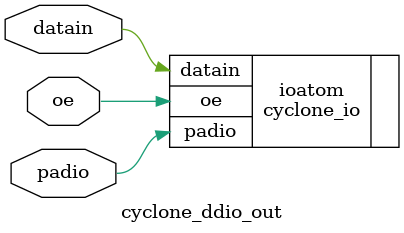
<source format=v>
	module cyclone_ddio_out(padio, oe, datain);

	input 	datain;
	input 	oe;
	inout 	padio;

	
	// These two params should stay here (do not copy their values down)
	// so that the megafunction can pass down a single value rather than 
	// 2 separate ones for the reset and power up params
	parameter operation_mode = "output";

	parameter extend_oe_disable = "false";


	
	cyclone_io ioatom (
				.datain(datain),
				.oe(oe),
				.padio(padio)
	);
   	defparam
   			ioatom.operation_mode 		= operation_mode,
			ioatom.extend_oe_disable 	= extend_oe_disable;

endmodule 


</source>
